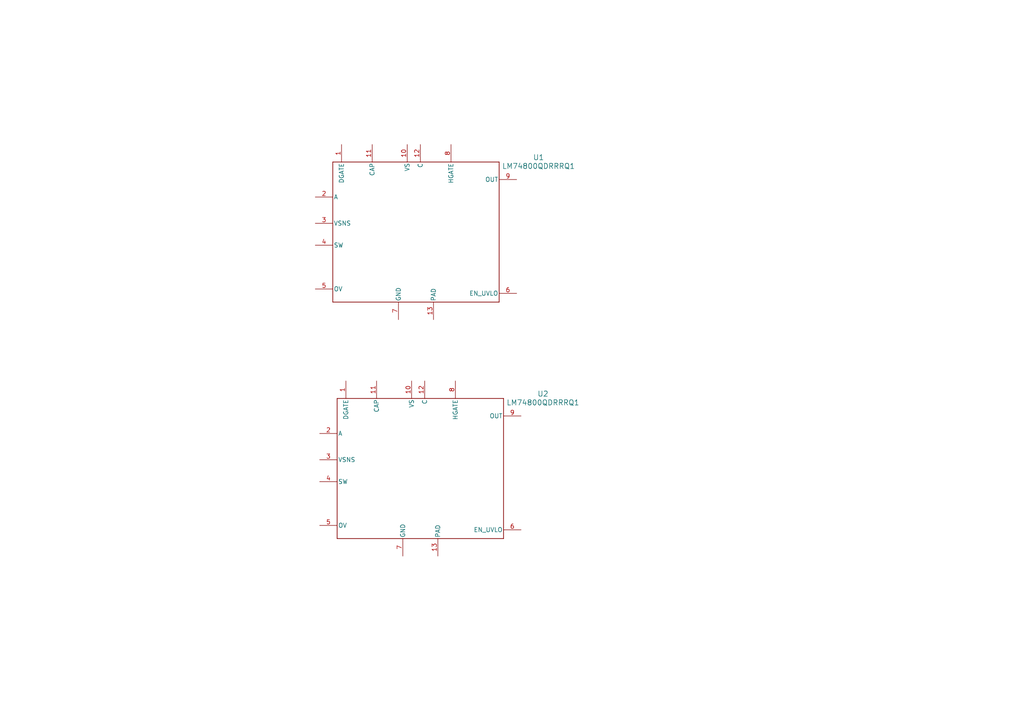
<source format=kicad_sch>
(kicad_sch (version 20250114) (generator "eeschema") (generator_version "9.0")
  (paper "A4")
  (lib_symbols
    (symbol "2025-05-21_18-58-05:LM74800QDRRRQ1" (pin_names (offset 0.254))
      (property "Reference" "U" (at 0.254 1.778 0))
      (property "Value" "LM74800QDRRRQ1" (at 0.254 -0.762 0))
      (symbol "LM74800QDRRRQ1_0_1"
        (polyline (pts (xy -24.13 20.32) (xy -24.13 -20.32)) (stroke (width 0.2032)))
        (polyline (pts (xy -24.13 -20.32) (xy 24.13 -20.32)) (stroke (width 0.2032)))
        (polyline (pts (xy 24.13 20.32) (xy -24.13 20.32)) (stroke (width 0.2032)))
        (polyline (pts (xy 24.13 -20.32) (xy 24.13 20.32)) (stroke (width 0.2032)))
        (pin unspecified line (at -29.21 10.16 0) (length 5.08) (name "A") (number "2"))
        (pin input line (at -29.21 2.54 0) (length 5.08) (name "VSNS") (number "3"))
        (pin input line (at -29.21 -3.81 0) (length 5.08) (name "SW") (number "4"))
        (pin input line (at -29.21 -16.51 0) (length 5.08) (name "OV") (number "5"))
        (pin output line (at -21.59 25.4 270) (length 5.08) (name "DGATE") (number "1"))
        (pin unspecified line (at -12.7 25.4 270) (length 5.08) (name "CAP") (number "11"))
        (pin power_in line (at -5.08 -25.4 90) (length 5.08) (name "GND") (number "7"))
        (pin power_in line (at -2.54 25.4 270) (length 5.08) (name "VS") (number "10"))
        (pin unspecified line (at 1.27 25.4 270) (length 5.08) (name "C") (number "12"))
        (pin unspecified line (at 5.08 -25.4 90) (length 5.08) (name "PAD") (number "13"))
        (pin output line (at 10.16 25.4 270) (length 5.08) (name "HGATE") (number "8"))
        (pin unspecified line (at 29.21 15.24 180) (length 5.08) (name "OUT") (number "9"))
        (pin input line (at 29.21 -17.78 180) (length 5.08) (name "EN_UVLO") (number "6"))
      )
    )
  )
  (symbol (lib_id "2025-05-21_18-58-05:LM74800QDRRRQ1") (at 120.65 67.31 0) (unit 1)
    (property "Reference" "U1" (at 156.21 45.6498 0) (effects (font (size 1.524 1.524))))
    (property "Value" "LM74800QDRRRQ1" (at 156.21 48.1898 0) (effects (font (size 1.524 1.524))))
    (property "Footprint" "DRR0012E" (effects (hide yes)))
    (property "Datasheet" "LM74800QDRRRQ1" (effects (hide yes)))
  )
  (symbol (lib_id "2025-05-21_18-58-05:LM74800QDRRRQ1") (at 121.92 135.89 0) (unit 1)
    (property "Reference" "U2" (at 157.48 114.2298 0) (effects (font (size 1.524 1.524))))
    (property "Value" "LM74800QDRRRQ1" (at 157.48 116.7698 0) (effects (font (size 1.524 1.524))))
    (property "Footprint" "DRR0012E" (effects (hide yes)))
    (property "Datasheet" "LM74800QDRRRQ1" (effects (hide yes)))
  )
)
</source>
